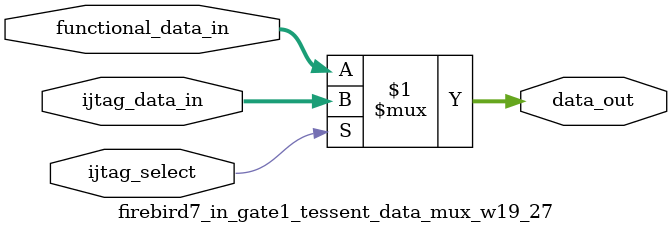
<source format=sv>

module firebird7_in_gate1_tessent_data_mux_w19_27 (
  input wire ijtag_select,
  input wire [18:0]  functional_data_in,
  input wire [18:0]  ijtag_data_in,
  output wire [18:0] data_out
);
assign data_out = (ijtag_select) ? ijtag_data_in : functional_data_in;
endmodule

</source>
